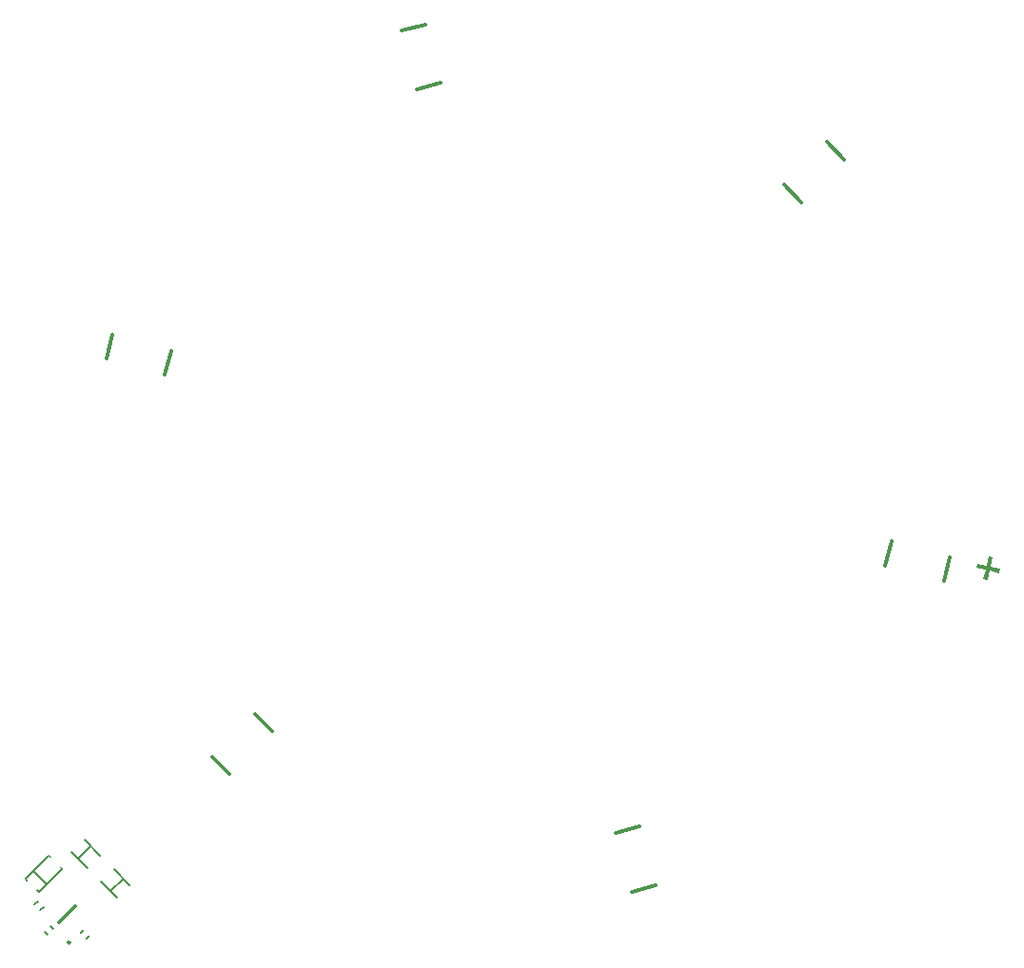
<source format=gto>
G04 Layer_Color=65535*
%FSLAX44Y44*%
%MOMM*%
G71*
G01*
G75*
%ADD10C,0.3000*%
%ADD27C,0.2000*%
%ADD89C,0.2500*%
G36*
X413222Y-88351D02*
X411266Y-96828D01*
X419744Y-98785D01*
X418922Y-102347D01*
X410444Y-100391D01*
X408467Y-108959D01*
X404859Y-108126D01*
X406836Y-99558D01*
X398359Y-97602D01*
X399181Y-94040D01*
X407659Y-95996D01*
X409615Y-87518D01*
X413222Y-88351D01*
D02*
G37*
D10*
X227688Y243245D02*
X243245Y227688D01*
X265872Y281429D02*
X281429Y265872D01*
X-99096Y328162D02*
X-77846Y333856D01*
X-113073Y380322D02*
X-91822Y386016D01*
X-323249Y74310D02*
X-317555Y95561D01*
X-375409Y88287D02*
X-369715Y109537D01*
X-243245Y-227688D02*
X-227688Y-243245D01*
X-281429Y-265872D02*
X-265872Y-281429D01*
X77846Y-333856D02*
X99096Y-328162D01*
X91822Y-386016D02*
X113073Y-380322D01*
X317555Y-95561D02*
X323249Y-74310D01*
X369715Y-109537D02*
X375409Y-88287D01*
X-417562Y-413320D02*
X-403420Y-399178D01*
D27*
X-393167Y-427816D02*
X-390339Y-424987D01*
X-398117Y-422866D02*
X-395289Y-420037D01*
X-406249Y-351094D02*
X-392107Y-365237D01*
X-394935Y-339781D02*
X-380793Y-353923D01*
X-400592Y-356751D02*
X-389278Y-345438D01*
X-368772Y-365944D02*
X-354630Y-380086D01*
X-380086Y-377257D02*
X-365944Y-391399D01*
X-371600Y-385743D02*
X-360287Y-374429D01*
X-435240Y-386450D02*
X-414734Y-365944D01*
X-447261Y-374429D02*
X-426755Y-353923D01*
X-416148Y-364529D02*
X-414734Y-365944D01*
X-426755Y-353923D02*
X-425341Y-355337D01*
X-436654Y-385036D02*
X-435240Y-386450D01*
X-447261Y-374429D02*
X-445847Y-375843D01*
X-440543Y-367711D02*
X-428523Y-379732D01*
X-434179Y-402360D02*
X-431351Y-399531D01*
X-439129Y-397410D02*
X-436301Y-394581D01*
X-425325Y-416839D02*
X-422496Y-419668D01*
X-430275Y-421789D02*
X-427446Y-424618D01*
D89*
X-407708Y-431335D02*
G03*
X-407708Y-431335I-1000J0D01*
G01*
M02*

</source>
